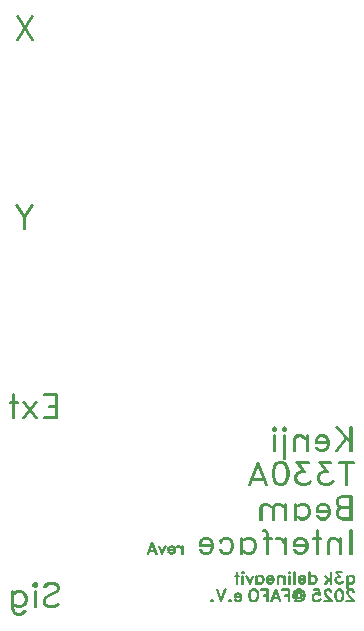
<source format=gbo>
%FSLAX46Y46*%
%MOMM*%
%ADD11C,0.150000*%
%ADD10C,0.200000*%
G01*
%LPD*%
G01*
%LPD*%
D10*
X8880952Y-9452381D02*
X10119048Y-7452381D01*
D10*
X8785714Y-9452381D02*
X8880952Y-9452381D01*
D10*
X10023810Y-7452381D02*
X10119048Y-7452381D01*
D10*
X8785714Y-9452381D02*
X10023810Y-7452381D01*
D10*
X8880952Y-7452381D02*
X8785714Y-7452381D01*
D10*
X10119048Y-9452381D02*
X8880952Y-7452381D01*
D10*
X10023810Y-9452381D02*
X8785714Y-7452381D01*
D10*
X10119048Y-9452381D02*
X10023810Y-9452381D01*
D10*
X37119048Y-44252380D02*
X37119048Y-42252380D01*
D10*
X37023808Y-44252380D02*
X37119048Y-44252380D01*
D10*
X37023808Y-42252380D02*
X37119048Y-42252380D01*
D10*
X37023808Y-44252380D02*
X37023808Y-42252380D01*
D10*
X35880952Y-42252380D02*
X35785716Y-42252380D01*
D10*
X37023808Y-43395240D02*
X35880952Y-42252380D01*
D10*
X37023808Y-43490476D02*
X35785716Y-42252380D01*
D10*
X35880952Y-44252380D02*
X36738096Y-43109524D01*
D10*
X35785716Y-44252380D02*
X35880952Y-44252380D01*
D10*
X35785716Y-44252380D02*
X36642856Y-43109524D01*
D10*
X34071428Y-43585716D02*
X35119048Y-43585716D01*
D10*
X34071428Y-43300000D02*
X34071428Y-43585716D01*
D10*
X34166668Y-43109524D02*
X34071428Y-43300000D01*
D10*
X34261904Y-43014284D02*
X34166668Y-43109524D01*
D10*
X34452380Y-42919048D02*
X34261904Y-43014284D01*
D10*
X34738096Y-42919048D02*
X34452380Y-42919048D01*
D10*
X34928572Y-43014284D02*
X34738096Y-42919048D01*
D10*
X35119048Y-43204760D02*
X34928572Y-43014284D01*
D10*
X35214284Y-43490476D02*
X35119048Y-43204760D01*
D10*
X35214284Y-43680952D02*
X35214284Y-43490476D01*
D10*
X35119048Y-43966668D02*
X35214284Y-43680952D01*
D10*
X34928572Y-44157144D02*
X35119048Y-43966668D01*
D10*
X34738096Y-44252380D02*
X34928572Y-44157144D01*
D10*
X34452380Y-44252380D02*
X34738096Y-44252380D01*
D10*
X34261904Y-44157144D02*
X34452380Y-44252380D01*
D10*
X34071428Y-43966668D02*
X34261904Y-44157144D01*
D10*
X34166668Y-43490476D02*
X35119048Y-43490476D01*
D10*
X34166668Y-43300000D02*
X34166668Y-43490476D01*
D10*
X34261904Y-43109524D02*
X34166668Y-43300000D01*
D10*
X34452380Y-43014284D02*
X34261904Y-43109524D01*
D10*
X34738096Y-43014284D02*
X34452380Y-43014284D01*
D10*
X34928572Y-43109524D02*
X34738096Y-43014284D01*
D10*
X35023808Y-43204760D02*
X34928572Y-43109524D01*
D10*
X35119048Y-43490476D02*
X35023808Y-43204760D01*
D10*
X35119048Y-43680952D02*
X35119048Y-43490476D01*
D10*
X35023808Y-43966668D02*
X35119048Y-43680952D01*
D10*
X34928572Y-44061904D02*
X35023808Y-43966668D01*
D10*
X34738096Y-44157144D02*
X34928572Y-44061904D01*
D10*
X34452380Y-44157144D02*
X34738096Y-44157144D01*
D10*
X34261904Y-44061904D02*
X34452380Y-44157144D01*
D10*
X34166668Y-43871428D02*
X34261904Y-44061904D01*
D10*
X34071428Y-43966668D02*
X34166668Y-43871428D01*
D10*
X33404762Y-44252380D02*
X33404762Y-42919048D01*
D10*
X33309524Y-44252380D02*
X33404762Y-44252380D01*
D10*
X33309524Y-42919048D02*
X33404762Y-42919048D01*
D10*
X33309524Y-44252380D02*
X33309524Y-42919048D01*
D10*
X33023810Y-43014284D02*
X33309524Y-43300000D01*
D10*
X32833334Y-42919048D02*
X33023810Y-43014284D01*
D10*
X32547620Y-42919048D02*
X32833334Y-42919048D01*
D10*
X32357144Y-43014284D02*
X32547620Y-42919048D01*
D10*
X32261904Y-43300000D02*
X32357144Y-43014284D01*
D10*
X32261904Y-44252380D02*
X32261904Y-43300000D01*
D10*
X33023810Y-43109524D02*
X33309524Y-43300000D01*
D10*
X32833334Y-43014284D02*
X33023810Y-43109524D01*
D10*
X32642856Y-43014284D02*
X32833334Y-43014284D01*
D10*
X32452380Y-43109524D02*
X32642856Y-43014284D01*
D10*
X32357144Y-43300000D02*
X32452380Y-43109524D01*
D10*
X32357144Y-44252380D02*
X32357144Y-43300000D01*
D10*
X32261904Y-44252380D02*
X32357144Y-44252380D01*
D10*
X31595238Y-42347620D02*
X31500000Y-42252380D01*
D10*
X31595238Y-42442856D02*
X31595238Y-42347620D01*
D10*
X31500000Y-42538096D02*
X31595238Y-42442856D01*
D10*
X31404762Y-42538096D02*
X31500000Y-42538096D01*
D10*
X31309524Y-42442856D02*
X31404762Y-42538096D01*
D10*
X31309524Y-42347620D02*
X31309524Y-42442856D01*
D10*
X31404762Y-42252380D02*
X31309524Y-42347620D01*
D10*
X31500000Y-42252380D02*
X31404762Y-42252380D01*
D10*
X31500000Y-42442856D02*
X31500000Y-42347620D01*
D10*
X31404762Y-42442856D02*
X31500000Y-42442856D01*
D10*
X31404762Y-42347620D02*
X31404762Y-42442856D01*
D10*
X31500000Y-42347620D02*
X31404762Y-42347620D01*
D10*
X31500000Y-44919048D02*
X31500000Y-42919048D01*
D10*
X31404762Y-44919048D02*
X31500000Y-44919048D01*
D10*
X31404762Y-42919048D02*
X31500000Y-42919048D01*
D10*
X31404762Y-44919048D02*
X31404762Y-42919048D01*
D10*
X30738096Y-42347620D02*
X30642856Y-42252380D01*
D10*
X30738096Y-42442856D02*
X30738096Y-42347620D01*
D10*
X30642856Y-42538096D02*
X30738096Y-42442856D01*
D10*
X30547620Y-42538096D02*
X30642856Y-42538096D01*
D10*
X30452380Y-42442856D02*
X30547620Y-42538096D01*
D10*
X30452380Y-42347620D02*
X30452380Y-42442856D01*
D10*
X30547620Y-42252380D02*
X30452380Y-42347620D01*
D10*
X30642856Y-42252380D02*
X30547620Y-42252380D01*
D10*
X30642856Y-42442856D02*
X30642856Y-42347620D01*
D10*
X30547620Y-42442856D02*
X30642856Y-42442856D01*
D10*
X30547620Y-42347620D02*
X30547620Y-42442856D01*
D10*
X30642856Y-42347620D02*
X30547620Y-42347620D01*
D10*
X30642856Y-44252380D02*
X30642856Y-42919048D01*
D10*
X30547620Y-44252380D02*
X30642856Y-44252380D01*
D10*
X30547620Y-42919048D02*
X30642856Y-42919048D01*
D10*
X30547620Y-44252380D02*
X30547620Y-42919048D01*
D10*
X36738096Y-47152380D02*
X36738096Y-45247620D01*
D10*
X36642856Y-47152380D02*
X36642856Y-45247620D01*
D10*
X36738096Y-47152380D02*
X36642856Y-47152380D01*
D10*
X36071428Y-45152380D02*
X37309524Y-45152380D01*
D10*
X36071428Y-45247620D02*
X36071428Y-45152380D01*
D10*
X37309524Y-45247620D02*
X37309524Y-45152380D01*
D10*
X36071428Y-45247620D02*
X37309524Y-45247620D01*
D10*
X34357144Y-45152380D02*
X35404760Y-45152380D01*
D10*
X35023808Y-46009524D02*
X34357144Y-45152380D01*
D10*
X35404760Y-45247620D02*
X35404760Y-45152380D01*
D10*
X34452380Y-45247620D02*
X35404760Y-45247620D01*
D10*
X35119048Y-46009524D02*
X34452380Y-45152380D01*
D10*
X34833332Y-45914284D02*
X35023808Y-45914284D01*
D10*
X34547620Y-46009524D02*
X34833332Y-45914284D01*
D10*
X34357144Y-46200000D02*
X34547620Y-46009524D01*
D10*
X34261904Y-46485716D02*
X34357144Y-46200000D01*
D10*
X34261904Y-46580952D02*
X34261904Y-46485716D01*
D10*
X34357144Y-46866668D02*
X34261904Y-46580952D01*
D10*
X34547620Y-47057144D02*
X34357144Y-46866668D01*
D10*
X34833332Y-47152380D02*
X34547620Y-47057144D01*
D10*
X35119048Y-47152380D02*
X34833332Y-47152380D01*
D10*
X35404760Y-47057144D02*
X35119048Y-47152380D01*
D10*
X35500000Y-46961904D02*
X35404760Y-47057144D01*
D10*
X35595240Y-46771428D02*
X35500000Y-46961904D01*
D10*
X35500000Y-46771428D02*
X35595240Y-46771428D01*
D10*
X34833332Y-46009524D02*
X35119048Y-46009524D01*
D10*
X34547620Y-46104760D02*
X34833332Y-46009524D01*
D10*
X34357144Y-46390476D02*
X34547620Y-46104760D01*
D10*
X34452380Y-46200000D02*
X34738096Y-46009524D01*
D10*
X34357144Y-46485716D02*
X34452380Y-46200000D01*
D10*
X34357144Y-46580952D02*
X34357144Y-46485716D01*
D10*
X34452380Y-46866668D02*
X34357144Y-46580952D01*
D10*
X34738096Y-47057144D02*
X34452380Y-46866668D01*
D10*
X34547620Y-46961904D02*
X34357144Y-46676192D01*
D10*
X34833332Y-47057144D02*
X34547620Y-46961904D01*
D10*
X35119048Y-47057144D02*
X34833332Y-47057144D01*
D10*
X35404760Y-46961904D02*
X35119048Y-47057144D01*
D10*
X35500000Y-46771428D02*
X35404760Y-46961904D01*
D10*
X35500000Y-46866668D02*
X35214284Y-47057144D01*
D10*
X32452380Y-45152380D02*
X33500000Y-45152380D01*
D10*
X33119048Y-46009524D02*
X32452380Y-45152380D01*
D10*
X33500000Y-45247620D02*
X33500000Y-45152380D01*
D10*
X32547620Y-45247620D02*
X33500000Y-45247620D01*
D10*
X33214286Y-46009524D02*
X32547620Y-45152380D01*
D10*
X32928572Y-45914284D02*
X33119048Y-45914284D01*
D10*
X32642856Y-46009524D02*
X32928572Y-45914284D01*
D10*
X32452380Y-46200000D02*
X32642856Y-46009524D01*
D10*
X32357144Y-46485716D02*
X32452380Y-46200000D01*
D10*
X32357144Y-46580952D02*
X32357144Y-46485716D01*
D10*
X32452380Y-46866668D02*
X32357144Y-46580952D01*
D10*
X32642856Y-47057144D02*
X32452380Y-46866668D01*
D10*
X32928572Y-47152380D02*
X32642856Y-47057144D01*
D10*
X33214286Y-47152380D02*
X32928572Y-47152380D01*
D10*
X33500000Y-47057144D02*
X33214286Y-47152380D01*
D10*
X33595240Y-46961904D02*
X33500000Y-47057144D01*
D10*
X33690476Y-46771428D02*
X33595240Y-46961904D01*
D10*
X33595240Y-46771428D02*
X33690476Y-46771428D01*
D10*
X32928572Y-46009524D02*
X33214286Y-46009524D01*
D10*
X32642856Y-46104760D02*
X32928572Y-46009524D01*
D10*
X32452380Y-46390476D02*
X32642856Y-46104760D01*
D10*
X32547620Y-46200000D02*
X32833334Y-46009524D01*
D10*
X32452380Y-46485716D02*
X32547620Y-46200000D01*
D10*
X32452380Y-46580952D02*
X32452380Y-46485716D01*
D10*
X32547620Y-46866668D02*
X32452380Y-46580952D01*
D10*
X32833334Y-47057144D02*
X32547620Y-46866668D01*
D10*
X32642856Y-46961904D02*
X32452380Y-46676192D01*
D10*
X32928572Y-47057144D02*
X32642856Y-46961904D01*
D10*
X33214286Y-47057144D02*
X32928572Y-47057144D01*
D10*
X33500000Y-46961904D02*
X33214286Y-47057144D01*
D10*
X33595240Y-46771428D02*
X33500000Y-46961904D01*
D10*
X33595240Y-46866668D02*
X33309524Y-47057144D01*
D10*
X31500000Y-45247620D02*
X31214286Y-45152380D01*
D10*
X31690476Y-45533332D02*
X31500000Y-45247620D01*
D10*
X31785714Y-46009524D02*
X31690476Y-45533332D01*
D10*
X31785714Y-46295240D02*
X31785714Y-46009524D01*
D10*
X31690476Y-46771428D02*
X31785714Y-46295240D01*
D10*
X31500000Y-47057144D02*
X31690476Y-46771428D01*
D10*
X31214286Y-47152380D02*
X31500000Y-47057144D01*
D10*
X31023810Y-47152380D02*
X31214286Y-47152380D01*
D10*
X30738096Y-47057144D02*
X31023810Y-47152380D01*
D10*
X30547620Y-46771428D02*
X30738096Y-47057144D01*
D10*
X30452380Y-46295240D02*
X30547620Y-46771428D01*
D10*
X30452380Y-46009524D02*
X30452380Y-46295240D01*
D10*
X30547620Y-45533332D02*
X30452380Y-46009524D01*
D10*
X30738096Y-45247620D02*
X30547620Y-45533332D01*
D10*
X31023810Y-45152380D02*
X30738096Y-45247620D01*
D10*
X31214286Y-45152380D02*
X31023810Y-45152380D01*
D10*
X31595238Y-45533332D02*
X31404762Y-45247620D01*
D10*
X31690476Y-46009524D02*
X31595238Y-45533332D01*
D10*
X31690476Y-46295240D02*
X31690476Y-46009524D01*
D10*
X31595238Y-46771428D02*
X31690476Y-46295240D01*
D10*
X31404762Y-47057144D02*
X31595238Y-46771428D01*
D10*
X31214286Y-47057144D02*
X31500000Y-46961904D01*
D10*
X31023810Y-47057144D02*
X31214286Y-47057144D01*
D10*
X30738096Y-46961904D02*
X31023810Y-47057144D01*
D10*
X30642856Y-46771428D02*
X30833334Y-47057144D01*
D10*
X30547620Y-46295240D02*
X30642856Y-46771428D01*
D10*
X30547620Y-46009524D02*
X30547620Y-46295240D01*
D10*
X30642856Y-45533332D02*
X30547620Y-46009524D01*
D10*
X30833334Y-45247620D02*
X30642856Y-45533332D01*
D10*
X31023810Y-45247620D02*
X30738096Y-45342856D01*
D10*
X31214286Y-45247620D02*
X31023810Y-45247620D01*
D10*
X31500000Y-45342856D02*
X31214286Y-45247620D01*
D10*
X29976190Y-47152380D02*
X29214286Y-45152380D01*
D10*
X29880952Y-47152380D02*
X29214286Y-45438096D01*
D10*
X29976190Y-47152380D02*
X29880952Y-47152380D01*
D10*
X28547620Y-47152380D02*
X29214286Y-45438096D01*
D10*
X28452380Y-47152380D02*
X28547620Y-47152380D01*
D10*
X28452380Y-47152380D02*
X29214286Y-45152380D01*
D10*
X28738096Y-46580952D02*
X29690476Y-46580952D01*
D10*
X28642856Y-46676192D02*
X29785714Y-46676192D01*
D10*
X37119048Y-50052380D02*
X37119048Y-48052380D01*
D10*
X37023808Y-49957144D02*
X37023808Y-48147620D01*
D10*
X36357144Y-48052380D02*
X37119048Y-48052380D01*
D10*
X36071428Y-48147620D02*
X36357144Y-48052380D01*
D10*
X35976192Y-48242856D02*
X36071428Y-48147620D01*
D10*
X35880952Y-48433332D02*
X35976192Y-48242856D01*
D10*
X35880952Y-48719048D02*
X35880952Y-48433332D01*
D10*
X35976192Y-48909524D02*
X35880952Y-48719048D01*
D10*
X36071428Y-49004760D02*
X35976192Y-48909524D01*
D10*
X36357144Y-49100000D02*
X36071428Y-49004760D01*
D10*
X36357144Y-48147620D02*
X37023808Y-48147620D01*
D10*
X36071428Y-48242856D02*
X36357144Y-48147620D01*
D10*
X35976192Y-48433332D02*
X36071428Y-48242856D01*
D10*
X35976192Y-48719048D02*
X35976192Y-48433332D01*
D10*
X36071428Y-48909524D02*
X35976192Y-48719048D01*
D10*
X36357144Y-49004760D02*
X36071428Y-48909524D01*
D10*
X36357144Y-49004760D02*
X37023808Y-49004760D01*
D10*
X36071428Y-49100000D02*
X36357144Y-49004760D01*
D10*
X35976192Y-49195240D02*
X36071428Y-49100000D01*
D10*
X35880952Y-49385716D02*
X35976192Y-49195240D01*
D10*
X35880952Y-49671428D02*
X35880952Y-49385716D01*
D10*
X35976192Y-49861904D02*
X35880952Y-49671428D01*
D10*
X36071428Y-49957144D02*
X35976192Y-49861904D01*
D10*
X36357144Y-50052380D02*
X36071428Y-49957144D01*
D10*
X37119048Y-50052380D02*
X36357144Y-50052380D01*
D10*
X36357144Y-49100000D02*
X37023808Y-49100000D01*
D10*
X36071428Y-49195240D02*
X36357144Y-49100000D01*
D10*
X35976192Y-49385716D02*
X36071428Y-49195240D01*
D10*
X35976192Y-49671428D02*
X35976192Y-49385716D01*
D10*
X36071428Y-49861904D02*
X35976192Y-49671428D01*
D10*
X36357144Y-49957144D02*
X36071428Y-49861904D01*
D10*
X37023808Y-49957144D02*
X36357144Y-49957144D01*
D10*
X34166668Y-49385716D02*
X35214284Y-49385716D01*
D10*
X34166668Y-49100000D02*
X34166668Y-49385716D01*
D10*
X34261904Y-48909524D02*
X34166668Y-49100000D01*
D10*
X34357144Y-48814284D02*
X34261904Y-48909524D01*
D10*
X34547620Y-48719048D02*
X34357144Y-48814284D01*
D10*
X34833332Y-48719048D02*
X34547620Y-48719048D01*
D10*
X35023808Y-48814284D02*
X34833332Y-48719048D01*
D10*
X35214284Y-49004760D02*
X35023808Y-48814284D01*
D10*
X35309524Y-49290476D02*
X35214284Y-49004760D01*
D10*
X35309524Y-49480952D02*
X35309524Y-49290476D01*
D10*
X35214284Y-49766668D02*
X35309524Y-49480952D01*
D10*
X35023808Y-49957144D02*
X35214284Y-49766668D01*
D10*
X34833332Y-50052380D02*
X35023808Y-49957144D01*
D10*
X34547620Y-50052380D02*
X34833332Y-50052380D01*
D10*
X34357144Y-49957144D02*
X34547620Y-50052380D01*
D10*
X34166668Y-49766668D02*
X34357144Y-49957144D01*
D10*
X34261904Y-49290476D02*
X35214284Y-49290476D01*
D10*
X34261904Y-49100000D02*
X34261904Y-49290476D01*
D10*
X34357144Y-48909524D02*
X34261904Y-49100000D01*
D10*
X34547620Y-48814284D02*
X34357144Y-48909524D01*
D10*
X34833332Y-48814284D02*
X34547620Y-48814284D01*
D10*
X35023808Y-48909524D02*
X34833332Y-48814284D01*
D10*
X35119048Y-49004760D02*
X35023808Y-48909524D01*
D10*
X35214284Y-49290476D02*
X35119048Y-49004760D01*
D10*
X35214284Y-49480952D02*
X35214284Y-49290476D01*
D10*
X35119048Y-49766668D02*
X35214284Y-49480952D01*
D10*
X35023808Y-49861904D02*
X35119048Y-49766668D01*
D10*
X34833332Y-49957144D02*
X35023808Y-49861904D01*
D10*
X34547620Y-49957144D02*
X34833332Y-49957144D01*
D10*
X34357144Y-49861904D02*
X34547620Y-49957144D01*
D10*
X34261904Y-49671428D02*
X34357144Y-49861904D01*
D10*
X34166668Y-49766668D02*
X34261904Y-49671428D01*
D10*
X32452380Y-50052380D02*
X32452380Y-48719048D01*
D10*
X32357144Y-50052380D02*
X32452380Y-50052380D01*
D10*
X32357144Y-48719048D02*
X32452380Y-48719048D01*
D10*
X32357144Y-50052380D02*
X32357144Y-48719048D01*
D10*
X32642856Y-48814284D02*
X32452380Y-49004760D01*
D10*
X32833334Y-48719048D02*
X32642856Y-48814284D01*
D10*
X33119048Y-48719048D02*
X32833334Y-48719048D01*
D10*
X33309524Y-48814284D02*
X33119048Y-48719048D01*
D10*
X33500000Y-49004760D02*
X33309524Y-48814284D01*
D10*
X33595240Y-49290476D02*
X33500000Y-49004760D01*
D10*
X33595240Y-49480952D02*
X33595240Y-49290476D01*
D10*
X33500000Y-49766668D02*
X33595240Y-49480952D01*
D10*
X33309524Y-49957144D02*
X33500000Y-49766668D01*
D10*
X33119048Y-50052380D02*
X33309524Y-49957144D01*
D10*
X32833334Y-50052380D02*
X33119048Y-50052380D01*
D10*
X32642856Y-49957144D02*
X32833334Y-50052380D01*
D10*
X32452380Y-49766668D02*
X32642856Y-49957144D01*
D10*
X32833334Y-48814284D02*
X32452380Y-49004760D01*
D10*
X33119048Y-48814284D02*
X32833334Y-48814284D01*
D10*
X33309524Y-48909524D02*
X33119048Y-48814284D01*
D10*
X33404762Y-49004760D02*
X33309524Y-48909524D01*
D10*
X33500000Y-49290476D02*
X33404762Y-49004760D01*
D10*
X33500000Y-49480952D02*
X33500000Y-49290476D01*
D10*
X33404762Y-49766668D02*
X33500000Y-49480952D01*
D10*
X33309524Y-49861904D02*
X33404762Y-49766668D01*
D10*
X33119048Y-49957144D02*
X33309524Y-49861904D01*
D10*
X32833334Y-49957144D02*
X33119048Y-49957144D01*
D10*
X32452380Y-49766668D02*
X32833334Y-49957144D01*
D10*
X31595238Y-50052380D02*
X31595238Y-48719048D01*
D10*
X31500000Y-50052380D02*
X31595238Y-50052380D01*
D10*
X31500000Y-48719048D02*
X31595238Y-48719048D01*
D10*
X31500000Y-50052380D02*
X31500000Y-48719048D01*
D10*
X31214286Y-48814284D02*
X31500000Y-49100000D01*
D10*
X31023810Y-48719048D02*
X31214286Y-48814284D01*
D10*
X30738096Y-48719048D02*
X31023810Y-48719048D01*
D10*
X30547620Y-48814284D02*
X30738096Y-48719048D01*
D10*
X30452380Y-49100000D02*
X30547620Y-48814284D01*
D10*
X30452380Y-50052380D02*
X30452380Y-49100000D01*
D10*
X31214286Y-48909524D02*
X31500000Y-49100000D01*
D10*
X31023810Y-48814284D02*
X31214286Y-48909524D01*
D10*
X30833334Y-48814284D02*
X31023810Y-48814284D01*
D10*
X30642856Y-48909524D02*
X30833334Y-48814284D01*
D10*
X30547620Y-49100000D02*
X30642856Y-48909524D01*
D10*
X30547620Y-50052380D02*
X30547620Y-49100000D01*
D10*
X30452380Y-50052380D02*
X30547620Y-50052380D01*
D10*
X30166668Y-48814284D02*
X30452380Y-49100000D01*
D10*
X29976190Y-48719048D02*
X30166668Y-48814284D01*
D10*
X29690476Y-48719048D02*
X29976190Y-48719048D01*
D10*
X29500000Y-48814284D02*
X29690476Y-48719048D01*
D10*
X29404762Y-49100000D02*
X29500000Y-48814284D01*
D10*
X29404762Y-50052380D02*
X29404762Y-49100000D01*
D10*
X30166668Y-48909524D02*
X30452380Y-49100000D01*
D10*
X29976190Y-48814284D02*
X30166668Y-48909524D01*
D10*
X29785714Y-48814284D02*
X29976190Y-48814284D01*
D10*
X29595238Y-48909524D02*
X29785714Y-48814284D01*
D10*
X29500000Y-49100000D02*
X29595238Y-48909524D01*
D10*
X29500000Y-50052380D02*
X29500000Y-49100000D01*
D10*
X29404762Y-50052380D02*
X29500000Y-50052380D01*
D10*
X37119048Y-52952380D02*
X37119048Y-50952380D01*
D10*
X37023808Y-52952380D02*
X37119048Y-52952380D01*
D10*
X37023808Y-50952380D02*
X37119048Y-50952380D01*
D10*
X37023808Y-52952380D02*
X37023808Y-50952380D01*
D10*
X36261904Y-52952380D02*
X36261904Y-51619048D01*
D10*
X36166668Y-52952380D02*
X36261904Y-52952380D01*
D10*
X36166668Y-51619048D02*
X36261904Y-51619048D01*
D10*
X36166668Y-52952380D02*
X36166668Y-51619048D01*
D10*
X35880952Y-51714284D02*
X36166668Y-52000000D01*
D10*
X35690476Y-51619048D02*
X35880952Y-51714284D01*
D10*
X35404760Y-51619048D02*
X35690476Y-51619048D01*
D10*
X35214284Y-51714284D02*
X35404760Y-51619048D01*
D10*
X35119048Y-52000000D02*
X35214284Y-51714284D01*
D10*
X35119048Y-52952380D02*
X35119048Y-52000000D01*
D10*
X35880952Y-51809524D02*
X36166668Y-52000000D01*
D10*
X35690476Y-51714284D02*
X35880952Y-51809524D01*
D10*
X35500000Y-51714284D02*
X35690476Y-51714284D01*
D10*
X35309524Y-51809524D02*
X35500000Y-51714284D01*
D10*
X35214284Y-52000000D02*
X35309524Y-51809524D01*
D10*
X35214284Y-52952380D02*
X35214284Y-52000000D01*
D10*
X35119048Y-52952380D02*
X35214284Y-52952380D01*
D10*
X34261904Y-52952380D02*
X34261904Y-50952380D01*
D10*
X34166668Y-52952380D02*
X34261904Y-52952380D01*
D10*
X34166668Y-50952380D02*
X34261904Y-50952380D01*
D10*
X34166668Y-52952380D02*
X34166668Y-50952380D01*
D10*
X33880952Y-51619048D02*
X34547620Y-51619048D01*
D10*
X33880952Y-51714284D02*
X33880952Y-51619048D01*
D10*
X34547620Y-51714284D02*
X34547620Y-51619048D01*
D10*
X33880952Y-51714284D02*
X34547620Y-51714284D01*
D10*
X32261904Y-52285716D02*
X33309524Y-52285716D01*
D10*
X32261904Y-52000000D02*
X32261904Y-52285716D01*
D10*
X32357144Y-51809524D02*
X32261904Y-52000000D01*
D10*
X32452380Y-51714284D02*
X32357144Y-51809524D01*
D10*
X32642856Y-51619048D02*
X32452380Y-51714284D01*
D10*
X32928572Y-51619048D02*
X32642856Y-51619048D01*
D10*
X33119048Y-51714284D02*
X32928572Y-51619048D01*
D10*
X33309524Y-51904760D02*
X33119048Y-51714284D01*
D10*
X33404762Y-52190476D02*
X33309524Y-51904760D01*
D10*
X33404762Y-52380952D02*
X33404762Y-52190476D01*
D10*
X33309524Y-52666668D02*
X33404762Y-52380952D01*
D10*
X33119048Y-52857144D02*
X33309524Y-52666668D01*
D10*
X32928572Y-52952380D02*
X33119048Y-52857144D01*
D10*
X32642856Y-52952380D02*
X32928572Y-52952380D01*
D10*
X32452380Y-52857144D02*
X32642856Y-52952380D01*
D10*
X32261904Y-52666668D02*
X32452380Y-52857144D01*
D10*
X32357144Y-52190476D02*
X33309524Y-52190476D01*
D10*
X32357144Y-52000000D02*
X32357144Y-52190476D01*
D10*
X32452380Y-51809524D02*
X32357144Y-52000000D01*
D10*
X32642856Y-51714284D02*
X32452380Y-51809524D01*
D10*
X32928572Y-51714284D02*
X32642856Y-51714284D01*
D10*
X33119048Y-51809524D02*
X32928572Y-51714284D01*
D10*
X33214286Y-51904760D02*
X33119048Y-51809524D01*
D10*
X33309524Y-52190476D02*
X33214286Y-51904760D01*
D10*
X33309524Y-52380952D02*
X33309524Y-52190476D01*
D10*
X33214286Y-52666668D02*
X33309524Y-52380952D01*
D10*
X33119048Y-52761904D02*
X33214286Y-52666668D01*
D10*
X32928572Y-52857144D02*
X33119048Y-52761904D01*
D10*
X32642856Y-52857144D02*
X32928572Y-52857144D01*
D10*
X32452380Y-52761904D02*
X32642856Y-52857144D01*
D10*
X32357144Y-52571428D02*
X32452380Y-52761904D01*
D10*
X32261904Y-52666668D02*
X32357144Y-52571428D01*
D10*
X31595238Y-52952380D02*
X31595238Y-51619048D01*
D10*
X31500000Y-52952380D02*
X31595238Y-52952380D01*
D10*
X31500000Y-51619048D02*
X31595238Y-51619048D01*
D10*
X31500000Y-52952380D02*
X31500000Y-51619048D01*
D10*
X31404762Y-51904760D02*
X31500000Y-52190476D01*
D10*
X31214286Y-51714284D02*
X31404762Y-51904760D01*
D10*
X31023810Y-51619048D02*
X31214286Y-51714284D01*
D10*
X30738096Y-51619048D02*
X31023810Y-51619048D01*
D10*
X31404762Y-52000000D02*
X31500000Y-52190476D01*
D10*
X31214286Y-51809524D02*
X31404762Y-52000000D01*
D10*
X31023810Y-51714284D02*
X31214286Y-51809524D01*
D10*
X30738096Y-51714284D02*
X31023810Y-51714284D01*
D10*
X30738096Y-51619048D02*
X30738096Y-51714284D01*
D10*
X29785714Y-50952380D02*
X29595238Y-50952380D01*
D10*
X29976190Y-51047620D02*
X29785714Y-50952380D01*
D10*
X30071428Y-51333332D02*
X29976190Y-51047620D01*
D10*
X30071428Y-52952380D02*
X30071428Y-51333332D01*
D10*
X29976190Y-52952380D02*
X30071428Y-52952380D01*
D10*
X29595238Y-51047620D02*
X29595238Y-50952380D01*
D10*
X29785714Y-51047620D02*
X29595238Y-51047620D01*
D10*
X29976190Y-51142856D02*
X29785714Y-51047620D01*
D10*
X29976190Y-51333332D02*
X29880952Y-51047620D01*
D10*
X29976190Y-52952380D02*
X29976190Y-51333332D01*
D10*
X29690476Y-51619048D02*
X30357144Y-51619048D01*
D10*
X29690476Y-51714284D02*
X29690476Y-51619048D01*
D10*
X30357144Y-51714284D02*
X30357144Y-51619048D01*
D10*
X29690476Y-51714284D02*
X30357144Y-51714284D01*
D10*
X27880952Y-52952380D02*
X27880952Y-51619048D01*
D10*
X27785714Y-52952380D02*
X27880952Y-52952380D01*
D10*
X27785714Y-51619048D02*
X27880952Y-51619048D01*
D10*
X27785714Y-52952380D02*
X27785714Y-51619048D01*
D10*
X28071428Y-51714284D02*
X27880952Y-51904760D01*
D10*
X28261904Y-51619048D02*
X28071428Y-51714284D01*
D10*
X28547620Y-51619048D02*
X28261904Y-51619048D01*
D10*
X28738096Y-51714284D02*
X28547620Y-51619048D01*
D10*
X28928572Y-51904760D02*
X28738096Y-51714284D01*
D10*
X29023810Y-52190476D02*
X28928572Y-51904760D01*
D10*
X29023810Y-52380952D02*
X29023810Y-52190476D01*
D10*
X28928572Y-52666668D02*
X29023810Y-52380952D01*
D10*
X28738096Y-52857144D02*
X28928572Y-52666668D01*
D10*
X28547620Y-52952380D02*
X28738096Y-52857144D01*
D10*
X28261904Y-52952380D02*
X28547620Y-52952380D01*
D10*
X28071428Y-52857144D02*
X28261904Y-52952380D01*
D10*
X27880952Y-52666668D02*
X28071428Y-52857144D01*
D10*
X28261904Y-51714284D02*
X27880952Y-51904760D01*
D10*
X28547620Y-51714284D02*
X28261904Y-51714284D01*
D10*
X28738096Y-51809524D02*
X28547620Y-51714284D01*
D10*
X28833332Y-51904760D02*
X28738096Y-51809524D01*
D10*
X28928572Y-52190476D02*
X28833332Y-51904760D01*
D10*
X28928572Y-52380952D02*
X28928572Y-52190476D01*
D10*
X28833332Y-52666668D02*
X28928572Y-52380952D01*
D10*
X28738096Y-52761904D02*
X28833332Y-52666668D01*
D10*
X28547620Y-52857144D02*
X28738096Y-52761904D01*
D10*
X28261904Y-52857144D02*
X28547620Y-52857144D01*
D10*
X27880952Y-52666668D02*
X28261904Y-52857144D01*
D10*
X26166668Y-51714284D02*
X25976192Y-51904760D01*
D10*
X26357144Y-51619048D02*
X26166668Y-51714284D01*
D10*
X26642856Y-51619048D02*
X26357144Y-51619048D01*
D10*
X26833334Y-51714284D02*
X26642856Y-51619048D01*
D10*
X27023810Y-51904760D02*
X26833334Y-51714284D01*
D10*
X27119048Y-52190476D02*
X27023810Y-51904760D01*
D10*
X27119048Y-52380952D02*
X27119048Y-52190476D01*
D10*
X27023810Y-52666668D02*
X27119048Y-52380952D01*
D10*
X26833334Y-52857144D02*
X27023810Y-52666668D01*
D10*
X26642856Y-52952380D02*
X26833334Y-52857144D01*
D10*
X26357144Y-52952380D02*
X26642856Y-52952380D01*
D10*
X26166668Y-52857144D02*
X26357144Y-52952380D01*
D10*
X25976192Y-52666668D02*
X26166668Y-52857144D01*
D10*
X26071428Y-52000000D02*
X25976192Y-51904760D01*
D10*
X26166668Y-51809524D02*
X26071428Y-52000000D01*
D10*
X26357144Y-51714284D02*
X26166668Y-51809524D01*
D10*
X26642856Y-51714284D02*
X26357144Y-51714284D01*
D10*
X26833334Y-51809524D02*
X26642856Y-51714284D01*
D10*
X26928572Y-51904760D02*
X26833334Y-51809524D01*
D10*
X27023810Y-52190476D02*
X26928572Y-51904760D01*
D10*
X27023810Y-52380952D02*
X27023810Y-52190476D01*
D10*
X26928572Y-52666668D02*
X27023810Y-52380952D01*
D10*
X26833334Y-52761904D02*
X26928572Y-52666668D01*
D10*
X26642856Y-52857144D02*
X26833334Y-52761904D01*
D10*
X26357144Y-52857144D02*
X26642856Y-52857144D01*
D10*
X26166668Y-52761904D02*
X26357144Y-52857144D01*
D10*
X26071428Y-52571428D02*
X26166668Y-52761904D01*
D10*
X25976192Y-52666668D02*
X26071428Y-52571428D01*
D10*
X24261904Y-52285716D02*
X25309524Y-52285716D01*
D10*
X24261904Y-52000000D02*
X24261904Y-52285716D01*
D10*
X24357144Y-51809524D02*
X24261904Y-52000000D01*
D10*
X24452380Y-51714284D02*
X24357144Y-51809524D01*
D10*
X24642856Y-51619048D02*
X24452380Y-51714284D01*
D10*
X24928572Y-51619048D02*
X24642856Y-51619048D01*
D10*
X25119048Y-51714284D02*
X24928572Y-51619048D01*
D10*
X25309524Y-51904760D02*
X25119048Y-51714284D01*
D10*
X25404762Y-52190476D02*
X25309524Y-51904760D01*
D10*
X25404762Y-52380952D02*
X25404762Y-52190476D01*
D10*
X25309524Y-52666668D02*
X25404762Y-52380952D01*
D10*
X25119048Y-52857144D02*
X25309524Y-52666668D01*
D10*
X24928572Y-52952380D02*
X25119048Y-52857144D01*
D10*
X24642856Y-52952380D02*
X24928572Y-52952380D01*
D10*
X24452380Y-52857144D02*
X24642856Y-52952380D01*
D10*
X24261904Y-52666668D02*
X24452380Y-52857144D01*
D10*
X24357144Y-52190476D02*
X25309524Y-52190476D01*
D10*
X24357144Y-52000000D02*
X24357144Y-52190476D01*
D10*
X24452380Y-51809524D02*
X24357144Y-52000000D01*
D10*
X24642856Y-51714284D02*
X24452380Y-51809524D01*
D10*
X24928572Y-51714284D02*
X24642856Y-51714284D01*
D10*
X25119048Y-51809524D02*
X24928572Y-51714284D01*
D10*
X25214286Y-51904760D02*
X25119048Y-51809524D01*
D10*
X25309524Y-52190476D02*
X25214286Y-51904760D01*
D10*
X25309524Y-52380952D02*
X25309524Y-52190476D01*
D10*
X25214286Y-52666668D02*
X25309524Y-52380952D01*
D10*
X25119048Y-52761904D02*
X25214286Y-52666668D01*
D10*
X24928572Y-52857144D02*
X25119048Y-52761904D01*
D10*
X24642856Y-52857144D02*
X24928572Y-52857144D01*
D10*
X24452380Y-52761904D02*
X24642856Y-52857144D01*
D10*
X24357144Y-52571428D02*
X24452380Y-52761904D01*
D10*
X24261904Y-52666668D02*
X24357144Y-52571428D01*
D10*
X9452381Y-24404762D02*
X10119048Y-23452380D01*
D10*
X9452381Y-25452380D02*
X9452381Y-24404762D01*
D10*
X9357143Y-25452380D02*
X9452381Y-25452380D01*
D10*
X10023810Y-23452380D02*
X10119048Y-23452380D01*
D10*
X9357143Y-24404762D02*
X10023810Y-23452380D01*
D10*
X8785714Y-23452380D02*
X8690476Y-23452380D01*
D10*
X9452381Y-24404762D02*
X8785714Y-23452380D01*
D10*
X9357143Y-24404762D02*
X8690476Y-23452380D01*
D10*
X9357143Y-25452380D02*
X9357143Y-24404762D01*
D10*
X12190476Y-41452380D02*
X12190476Y-39452380D01*
D10*
X12095238Y-41357144D02*
X12095238Y-39547620D01*
D10*
X11047619Y-39452380D02*
X12190476Y-39452380D01*
D10*
X11047619Y-39547620D02*
X12095238Y-39547620D01*
D10*
X11047619Y-39452380D02*
X11047619Y-39547620D01*
D10*
X11523810Y-40404760D02*
X12095238Y-40404760D01*
D10*
X11523810Y-40500000D02*
X11523810Y-40404760D01*
D10*
X11523810Y-40500000D02*
X12095238Y-40500000D01*
D10*
X11047619Y-41357144D02*
X12095238Y-41357144D01*
D10*
X11047619Y-41452380D02*
X11047619Y-41357144D01*
D10*
X11047619Y-41452380D02*
X12190476Y-41452380D01*
D10*
X9428571Y-41452380D02*
X10476190Y-40119048D01*
D10*
X9333333Y-41452380D02*
X9428571Y-41452380D01*
D10*
X10380952Y-40119048D02*
X10476190Y-40119048D01*
D10*
X9333333Y-41452380D02*
X10380952Y-40119048D01*
D10*
X9428571Y-40119048D02*
X9333333Y-40119048D01*
D10*
X10476190Y-41452380D02*
X9428571Y-40119048D01*
D10*
X10380952Y-41452380D02*
X9333333Y-40119048D01*
D10*
X10476190Y-41452380D02*
X10380952Y-41452380D01*
D10*
X8571429Y-41452380D02*
X8571429Y-39452380D01*
D10*
X8476190Y-41452380D02*
X8571429Y-41452380D01*
D10*
X8476190Y-39452380D02*
X8571429Y-39452380D01*
D10*
X8476190Y-41452380D02*
X8476190Y-39452380D01*
D10*
X8190476Y-40119048D02*
X8857143Y-40119048D01*
D10*
X8190476Y-40214284D02*
X8190476Y-40119048D01*
D10*
X8857143Y-40214284D02*
X8857143Y-40119048D01*
D10*
X8190476Y-40214284D02*
X8857143Y-40214284D01*
D11*
X36785716Y-55809524D02*
X36785716Y-54809524D01*
D11*
X36738096Y-55809524D02*
X36785716Y-55809524D01*
D11*
X36738096Y-54809524D02*
X36785716Y-54809524D01*
D11*
X36738096Y-55809524D02*
X36738096Y-54809524D01*
D11*
X36880952Y-54857144D02*
X36785716Y-54952380D01*
D11*
X36976192Y-54809524D02*
X36880952Y-54857144D01*
D11*
X37119048Y-54809524D02*
X36976192Y-54809524D01*
D11*
X37214284Y-54857144D02*
X37119048Y-54809524D01*
D11*
X37309524Y-54952380D02*
X37214284Y-54857144D01*
D11*
X37357144Y-55095240D02*
X37309524Y-54952380D01*
D11*
X37357144Y-55190476D02*
X37357144Y-55095240D01*
D11*
X37309524Y-55333332D02*
X37357144Y-55190476D01*
D11*
X37214284Y-55428572D02*
X37309524Y-55333332D01*
D11*
X37119048Y-55476192D02*
X37214284Y-55428572D01*
D11*
X36976192Y-55476192D02*
X37119048Y-55476192D01*
D11*
X36880952Y-55428572D02*
X36976192Y-55476192D01*
D11*
X36785716Y-55333332D02*
X36880952Y-55428572D01*
D11*
X36976192Y-54857144D02*
X36785716Y-54952380D01*
D11*
X37119048Y-54857144D02*
X36976192Y-54857144D01*
D11*
X37214284Y-54904760D02*
X37119048Y-54857144D01*
D11*
X37261904Y-54952380D02*
X37214284Y-54904760D01*
D11*
X37309524Y-55095240D02*
X37261904Y-54952380D01*
D11*
X37309524Y-55190476D02*
X37309524Y-55095240D01*
D11*
X37261904Y-55333332D02*
X37309524Y-55190476D01*
D11*
X37214284Y-55380952D02*
X37261904Y-55333332D01*
D11*
X37119048Y-55428572D02*
X37214284Y-55380952D01*
D11*
X36976192Y-55428572D02*
X37119048Y-55428572D01*
D11*
X36785716Y-55333332D02*
X36976192Y-55428572D01*
D11*
X35785716Y-54476192D02*
X36309524Y-54476192D01*
D11*
X36119048Y-54904760D02*
X35785716Y-54476192D01*
D11*
X36309524Y-54523808D02*
X36309524Y-54476192D01*
D11*
X35833332Y-54523808D02*
X36309524Y-54523808D01*
D11*
X36166668Y-54904760D02*
X35833332Y-54476192D01*
D11*
X36023808Y-54857144D02*
X36119048Y-54857144D01*
D11*
X35880952Y-54904760D02*
X36023808Y-54857144D01*
D11*
X35785716Y-55000000D02*
X35880952Y-54904760D01*
D11*
X35738096Y-55142856D02*
X35785716Y-55000000D01*
D11*
X35738096Y-55190476D02*
X35738096Y-55142856D01*
D11*
X35785716Y-55333332D02*
X35738096Y-55190476D01*
D11*
X35880952Y-55428572D02*
X35785716Y-55333332D01*
D11*
X36023808Y-55476192D02*
X35880952Y-55428572D01*
D11*
X36166668Y-55476192D02*
X36023808Y-55476192D01*
D11*
X36309524Y-55428572D02*
X36166668Y-55476192D01*
D11*
X36357144Y-55380952D02*
X36309524Y-55428572D01*
D11*
X36404760Y-55285716D02*
X36357144Y-55380952D01*
D11*
X36357144Y-55285716D02*
X36404760Y-55285716D01*
D11*
X36023808Y-54904760D02*
X36166668Y-54904760D01*
D11*
X35880952Y-54952380D02*
X36023808Y-54904760D01*
D11*
X35785716Y-55095240D02*
X35880952Y-54952380D01*
D11*
X35833332Y-55000000D02*
X35976192Y-54904760D01*
D11*
X35785716Y-55142856D02*
X35833332Y-55000000D01*
D11*
X35785716Y-55190476D02*
X35785716Y-55142856D01*
D11*
X35833332Y-55333332D02*
X35785716Y-55190476D01*
D11*
X35976192Y-55428572D02*
X35833332Y-55333332D01*
D11*
X35880952Y-55380952D02*
X35785716Y-55238096D01*
D11*
X36023808Y-55428572D02*
X35880952Y-55380952D01*
D11*
X36166668Y-55428572D02*
X36023808Y-55428572D01*
D11*
X36309524Y-55380952D02*
X36166668Y-55428572D01*
D11*
X36357144Y-55285716D02*
X36309524Y-55380952D01*
D11*
X36357144Y-55333332D02*
X36214284Y-55428572D01*
D11*
X35404760Y-55476192D02*
X35404760Y-54476192D01*
D11*
X35357144Y-55476192D02*
X35404760Y-55476192D01*
D11*
X35357144Y-54476192D02*
X35404760Y-54476192D01*
D11*
X35357144Y-55476192D02*
X35357144Y-54476192D01*
D11*
X34880952Y-54809524D02*
X34833332Y-54809524D01*
D11*
X35357144Y-55285716D02*
X34880952Y-54809524D01*
D11*
X35357144Y-55333332D02*
X34833332Y-54809524D01*
D11*
X34928572Y-55476192D02*
X35214284Y-55142856D01*
D11*
X34833332Y-55476192D02*
X34928572Y-55476192D01*
D11*
X34833332Y-55476192D02*
X35166668Y-55095240D01*
D11*
X33595240Y-55476192D02*
X33595240Y-54476192D01*
D11*
X33547620Y-55476192D02*
X33595240Y-55476192D01*
D11*
X33547620Y-54476192D02*
X33595240Y-54476192D01*
D11*
X33547620Y-55476192D02*
X33547620Y-54476192D01*
D11*
X33690476Y-54857144D02*
X33595240Y-54952380D01*
D11*
X33785716Y-54809524D02*
X33690476Y-54857144D01*
D11*
X33928572Y-54809524D02*
X33785716Y-54809524D01*
D11*
X34023808Y-54857144D02*
X33928572Y-54809524D01*
D11*
X34119048Y-54952380D02*
X34023808Y-54857144D01*
D11*
X34166668Y-55095240D02*
X34119048Y-54952380D01*
D11*
X34166668Y-55190476D02*
X34166668Y-55095240D01*
D11*
X34119048Y-55333332D02*
X34166668Y-55190476D01*
D11*
X34023808Y-55428572D02*
X34119048Y-55333332D01*
D11*
X33928572Y-55476192D02*
X34023808Y-55428572D01*
D11*
X33785716Y-55476192D02*
X33928572Y-55476192D01*
D11*
X33690476Y-55428572D02*
X33785716Y-55476192D01*
D11*
X33595240Y-55333332D02*
X33690476Y-55428572D01*
D11*
X33785716Y-54857144D02*
X33595240Y-54952380D01*
D11*
X33928572Y-54857144D02*
X33785716Y-54857144D01*
D11*
X34023808Y-54904760D02*
X33928572Y-54857144D01*
D11*
X34071428Y-54952380D02*
X34023808Y-54904760D01*
D11*
X34119048Y-55095240D02*
X34071428Y-54952380D01*
D11*
X34119048Y-55190476D02*
X34119048Y-55095240D01*
D11*
X34071428Y-55333332D02*
X34119048Y-55190476D01*
D11*
X34023808Y-55380952D02*
X34071428Y-55333332D01*
D11*
X33928572Y-55428572D02*
X34023808Y-55380952D01*
D11*
X33785716Y-55428572D02*
X33928572Y-55428572D01*
D11*
X33595240Y-55333332D02*
X33785716Y-55428572D01*
D11*
X32642856Y-55142856D02*
X33166666Y-55142856D01*
D11*
X32642856Y-55000000D02*
X32642856Y-55142856D01*
D11*
X32690476Y-54904760D02*
X32642856Y-55000000D01*
D11*
X32738096Y-54857144D02*
X32690476Y-54904760D01*
D11*
X32833334Y-54809524D02*
X32738096Y-54857144D01*
D11*
X32976190Y-54809524D02*
X32833334Y-54809524D01*
D11*
X33071428Y-54857144D02*
X32976190Y-54809524D01*
D11*
X33166666Y-54952380D02*
X33071428Y-54857144D01*
D11*
X33214286Y-55095240D02*
X33166666Y-54952380D01*
D11*
X33214286Y-55190476D02*
X33214286Y-55095240D01*
D11*
X33166666Y-55333332D02*
X33214286Y-55190476D01*
D11*
X33071428Y-55428572D02*
X33166666Y-55333332D01*
D11*
X32976190Y-55476192D02*
X33071428Y-55428572D01*
D11*
X32833334Y-55476192D02*
X32976190Y-55476192D01*
D11*
X32738096Y-55428572D02*
X32833334Y-55476192D01*
D11*
X32642856Y-55333332D02*
X32738096Y-55428572D01*
D11*
X32690476Y-55095240D02*
X33166666Y-55095240D01*
D11*
X32690476Y-55000000D02*
X32690476Y-55095240D01*
D11*
X32738096Y-54904760D02*
X32690476Y-55000000D01*
D11*
X32833334Y-54857144D02*
X32738096Y-54904760D01*
D11*
X32976190Y-54857144D02*
X32833334Y-54857144D01*
D11*
X33071428Y-54904760D02*
X32976190Y-54857144D01*
D11*
X33119048Y-54952380D02*
X33071428Y-54904760D01*
D11*
X33166666Y-55095240D02*
X33119048Y-54952380D01*
D11*
X33166666Y-55190476D02*
X33166666Y-55095240D01*
D11*
X33119048Y-55333332D02*
X33166666Y-55190476D01*
D11*
X33071428Y-55380952D02*
X33119048Y-55333332D01*
D11*
X32976190Y-55428572D02*
X33071428Y-55380952D01*
D11*
X32833334Y-55428572D02*
X32976190Y-55428572D01*
D11*
X32738096Y-55380952D02*
X32833334Y-55428572D01*
D11*
X32690476Y-55285716D02*
X32738096Y-55380952D01*
D11*
X32642856Y-55333332D02*
X32690476Y-55285716D01*
D11*
X32309524Y-55476192D02*
X32309524Y-54476192D01*
D11*
X32261904Y-55476192D02*
X32309524Y-55476192D01*
D11*
X32261904Y-54476192D02*
X32309524Y-54476192D01*
D11*
X32261904Y-55476192D02*
X32261904Y-54476192D01*
D11*
X31928572Y-54523808D02*
X31880952Y-54476192D01*
D11*
X31928572Y-54571428D02*
X31928572Y-54523808D01*
D11*
X31880952Y-54619048D02*
X31928572Y-54571428D01*
D11*
X31833334Y-54619048D02*
X31880952Y-54619048D01*
D11*
X31785714Y-54571428D02*
X31833334Y-54619048D01*
D11*
X31785714Y-54523808D02*
X31785714Y-54571428D01*
D11*
X31833334Y-54476192D02*
X31785714Y-54523808D01*
D11*
X31880952Y-54476192D02*
X31833334Y-54476192D01*
D11*
X31880952Y-54571428D02*
X31880952Y-54523808D01*
D11*
X31833334Y-54571428D02*
X31880952Y-54571428D01*
D11*
X31833334Y-54523808D02*
X31833334Y-54571428D01*
D11*
X31880952Y-54523808D02*
X31833334Y-54523808D01*
D11*
X31880952Y-55476192D02*
X31880952Y-54809524D01*
D11*
X31833334Y-55476192D02*
X31880952Y-55476192D01*
D11*
X31833334Y-54809524D02*
X31880952Y-54809524D01*
D11*
X31833334Y-55476192D02*
X31833334Y-54809524D01*
D11*
X31452380Y-55476192D02*
X31452380Y-54809524D01*
D11*
X31404762Y-55476192D02*
X31452380Y-55476192D01*
D11*
X31404762Y-54809524D02*
X31452380Y-54809524D01*
D11*
X31404762Y-55476192D02*
X31404762Y-54809524D01*
D11*
X31261904Y-54857144D02*
X31404762Y-55000000D01*
D11*
X31166668Y-54809524D02*
X31261904Y-54857144D01*
D11*
X31023810Y-54809524D02*
X31166668Y-54809524D01*
D11*
X30928572Y-54857144D02*
X31023810Y-54809524D01*
D11*
X30880952Y-55000000D02*
X30928572Y-54857144D01*
D11*
X30880952Y-55476192D02*
X30880952Y-55000000D01*
D11*
X31261904Y-54904760D02*
X31404762Y-55000000D01*
D11*
X31166668Y-54857144D02*
X31261904Y-54904760D01*
D11*
X31071428Y-54857144D02*
X31166668Y-54857144D01*
D11*
X30976190Y-54904760D02*
X31071428Y-54857144D01*
D11*
X30928572Y-55000000D02*
X30976190Y-54904760D01*
D11*
X30928572Y-55476192D02*
X30928572Y-55000000D01*
D11*
X30880952Y-55476192D02*
X30928572Y-55476192D01*
D11*
X29976190Y-55142856D02*
X30500000Y-55142856D01*
D11*
X29976190Y-55000000D02*
X29976190Y-55142856D01*
D11*
X30023810Y-54904760D02*
X29976190Y-55000000D01*
D11*
X30071428Y-54857144D02*
X30023810Y-54904760D01*
D11*
X30166668Y-54809524D02*
X30071428Y-54857144D01*
D11*
X30309524Y-54809524D02*
X30166668Y-54809524D01*
D11*
X30404762Y-54857144D02*
X30309524Y-54809524D01*
D11*
X30500000Y-54952380D02*
X30404762Y-54857144D01*
D11*
X30547620Y-55095240D02*
X30500000Y-54952380D01*
D11*
X30547620Y-55190476D02*
X30547620Y-55095240D01*
D11*
X30500000Y-55333332D02*
X30547620Y-55190476D01*
D11*
X30404762Y-55428572D02*
X30500000Y-55333332D01*
D11*
X30309524Y-55476192D02*
X30404762Y-55428572D01*
D11*
X30166668Y-55476192D02*
X30309524Y-55476192D01*
D11*
X30071428Y-55428572D02*
X30166668Y-55476192D01*
D11*
X29976190Y-55333332D02*
X30071428Y-55428572D01*
D11*
X30023810Y-55095240D02*
X30500000Y-55095240D01*
D11*
X30023810Y-55000000D02*
X30023810Y-55095240D01*
D11*
X30071428Y-54904760D02*
X30023810Y-55000000D01*
D11*
X30166668Y-54857144D02*
X30071428Y-54904760D01*
D11*
X30309524Y-54857144D02*
X30166668Y-54857144D01*
D11*
X30404762Y-54904760D02*
X30309524Y-54857144D01*
D11*
X30452380Y-54952380D02*
X30404762Y-54904760D01*
D11*
X30500000Y-55095240D02*
X30452380Y-54952380D01*
D11*
X30500000Y-55190476D02*
X30500000Y-55095240D01*
D11*
X30452380Y-55333332D02*
X30500000Y-55190476D01*
D11*
X30404762Y-55380952D02*
X30452380Y-55333332D01*
D11*
X30309524Y-55428572D02*
X30404762Y-55380952D01*
D11*
X30166668Y-55428572D02*
X30309524Y-55428572D01*
D11*
X30071428Y-55380952D02*
X30166668Y-55428572D01*
D11*
X30023810Y-55285716D02*
X30071428Y-55380952D01*
D11*
X29976190Y-55333332D02*
X30023810Y-55285716D01*
D11*
X29119048Y-55476192D02*
X29119048Y-54809524D01*
D11*
X29071428Y-55476192D02*
X29119048Y-55476192D01*
D11*
X29071428Y-54809524D02*
X29119048Y-54809524D01*
D11*
X29071428Y-55476192D02*
X29071428Y-54809524D01*
D11*
X29214286Y-54857144D02*
X29119048Y-54952380D01*
D11*
X29309524Y-54809524D02*
X29214286Y-54857144D01*
D11*
X29452380Y-54809524D02*
X29309524Y-54809524D01*
D11*
X29547620Y-54857144D02*
X29452380Y-54809524D01*
D11*
X29642858Y-54952380D02*
X29547620Y-54857144D01*
D11*
X29690476Y-55095240D02*
X29642858Y-54952380D01*
D11*
X29690476Y-55190476D02*
X29690476Y-55095240D01*
D11*
X29642858Y-55333332D02*
X29690476Y-55190476D01*
D11*
X29547620Y-55428572D02*
X29642858Y-55333332D01*
D11*
X29452380Y-55476192D02*
X29547620Y-55428572D01*
D11*
X29309524Y-55476192D02*
X29452380Y-55476192D01*
D11*
X29214286Y-55428572D02*
X29309524Y-55476192D01*
D11*
X29119048Y-55333332D02*
X29214286Y-55428572D01*
D11*
X29309524Y-54857144D02*
X29119048Y-54952380D01*
D11*
X29452380Y-54857144D02*
X29309524Y-54857144D01*
D11*
X29547620Y-54904760D02*
X29452380Y-54857144D01*
D11*
X29595238Y-54952380D02*
X29547620Y-54904760D01*
D11*
X29642858Y-55095240D02*
X29595238Y-54952380D01*
D11*
X29642858Y-55190476D02*
X29642858Y-55095240D01*
D11*
X29595238Y-55333332D02*
X29642858Y-55190476D01*
D11*
X29547620Y-55380952D02*
X29595238Y-55333332D01*
D11*
X29452380Y-55428572D02*
X29547620Y-55380952D01*
D11*
X29309524Y-55428572D02*
X29452380Y-55428572D01*
D11*
X29119048Y-55333332D02*
X29309524Y-55428572D01*
D11*
X28500000Y-55476192D02*
X28785714Y-54809524D01*
D11*
X28738096Y-54809524D02*
X28785714Y-54809524D01*
D11*
X28500000Y-55380952D02*
X28738096Y-54809524D01*
D11*
X28261904Y-54809524D02*
X28214286Y-54809524D01*
D11*
X28500000Y-55380952D02*
X28261904Y-54809524D01*
D11*
X28500000Y-55476192D02*
X28214286Y-54809524D01*
D11*
X27976192Y-54523808D02*
X27928572Y-54476192D01*
D11*
X27976192Y-54571428D02*
X27976192Y-54523808D01*
D11*
X27928572Y-54619048D02*
X27976192Y-54571428D01*
D11*
X27880952Y-54619048D02*
X27928572Y-54619048D01*
D11*
X27833332Y-54571428D02*
X27880952Y-54619048D01*
D11*
X27833332Y-54523808D02*
X27833332Y-54571428D01*
D11*
X27880952Y-54476192D02*
X27833332Y-54523808D01*
D11*
X27928572Y-54476192D02*
X27880952Y-54476192D01*
D11*
X27928572Y-54571428D02*
X27928572Y-54523808D01*
D11*
X27880952Y-54571428D02*
X27928572Y-54571428D01*
D11*
X27880952Y-54523808D02*
X27880952Y-54571428D01*
D11*
X27928572Y-54523808D02*
X27880952Y-54523808D01*
D11*
X27928572Y-55476192D02*
X27928572Y-54809524D01*
D11*
X27880952Y-55476192D02*
X27928572Y-55476192D01*
D11*
X27880952Y-54809524D02*
X27928572Y-54809524D01*
D11*
X27880952Y-55476192D02*
X27880952Y-54809524D01*
D11*
X27452380Y-55476192D02*
X27452380Y-54476192D01*
D11*
X27404762Y-55476192D02*
X27452380Y-55476192D01*
D11*
X27404762Y-54476192D02*
X27452380Y-54476192D01*
D11*
X27404762Y-55476192D02*
X27404762Y-54476192D01*
D11*
X27261904Y-54809524D02*
X27595238Y-54809524D01*
D11*
X27261904Y-54857144D02*
X27261904Y-54809524D01*
D11*
X27595238Y-54857144D02*
X27595238Y-54809524D01*
D11*
X27261904Y-54857144D02*
X27595238Y-54857144D01*
D11*
X37309524Y-56166668D02*
X37309524Y-56214284D01*
D11*
X37261904Y-56071428D02*
X37309524Y-56166668D01*
D11*
X37214284Y-56023808D02*
X37261904Y-56071428D01*
D11*
X37119048Y-55976192D02*
X37214284Y-56023808D01*
D11*
X36928572Y-55976192D02*
X37119048Y-55976192D01*
D11*
X36833332Y-56023808D02*
X36928572Y-55976192D01*
D11*
X36785716Y-56071428D02*
X36833332Y-56023808D01*
D11*
X36738096Y-56166668D02*
X36785716Y-56071428D01*
D11*
X36738096Y-56261904D02*
X36738096Y-56166668D01*
D11*
X36785716Y-56357144D02*
X36738096Y-56261904D01*
D11*
X36880952Y-56500000D02*
X36785716Y-56357144D01*
D11*
X37309524Y-56976192D02*
X36880952Y-56500000D01*
D11*
X37261904Y-56214284D02*
X37309524Y-56214284D01*
D11*
X37261904Y-56166668D02*
X37261904Y-56214284D01*
D11*
X37214284Y-56071428D02*
X37261904Y-56166668D01*
D11*
X37119048Y-56023808D02*
X37214284Y-56071428D01*
D11*
X36928572Y-56023808D02*
X37119048Y-56023808D01*
D11*
X36833332Y-56071428D02*
X36928572Y-56023808D01*
D11*
X36785716Y-56166668D02*
X36833332Y-56071428D01*
D11*
X36785716Y-56261904D02*
X36785716Y-56166668D01*
D11*
X36833332Y-56357144D02*
X36785716Y-56261904D01*
D11*
X36928572Y-56500000D02*
X36833332Y-56357144D01*
D11*
X37357144Y-56976192D02*
X36928572Y-56500000D01*
D11*
X36690476Y-56928572D02*
X37309524Y-56928572D01*
D11*
X36690476Y-56976192D02*
X36690476Y-56928572D01*
D11*
X36690476Y-56976192D02*
X37357144Y-56976192D01*
D11*
X36261904Y-56023808D02*
X36119048Y-55976192D01*
D11*
X36357144Y-56166668D02*
X36261904Y-56023808D01*
D11*
X36404760Y-56404760D02*
X36357144Y-56166668D01*
D11*
X36404760Y-56547620D02*
X36404760Y-56404760D01*
D11*
X36357144Y-56785716D02*
X36404760Y-56547620D01*
D11*
X36261904Y-56928572D02*
X36357144Y-56785716D01*
D11*
X36119048Y-56976192D02*
X36261904Y-56928572D01*
D11*
X36023808Y-56976192D02*
X36119048Y-56976192D01*
D11*
X35880952Y-56928572D02*
X36023808Y-56976192D01*
D11*
X35785716Y-56785716D02*
X35880952Y-56928572D01*
D11*
X35738096Y-56547620D02*
X35785716Y-56785716D01*
D11*
X35738096Y-56404760D02*
X35738096Y-56547620D01*
D11*
X35785716Y-56166668D02*
X35738096Y-56404760D01*
D11*
X35880952Y-56023808D02*
X35785716Y-56166668D01*
D11*
X36023808Y-55976192D02*
X35880952Y-56023808D01*
D11*
X36119048Y-55976192D02*
X36023808Y-55976192D01*
D11*
X36309524Y-56166668D02*
X36214284Y-56023808D01*
D11*
X36357144Y-56404760D02*
X36309524Y-56166668D01*
D11*
X36357144Y-56547620D02*
X36357144Y-56404760D01*
D11*
X36309524Y-56785716D02*
X36357144Y-56547620D01*
D11*
X36214284Y-56928572D02*
X36309524Y-56785716D01*
D11*
X36119048Y-56928572D02*
X36261904Y-56880952D01*
D11*
X36023808Y-56928572D02*
X36119048Y-56928572D01*
D11*
X35880952Y-56880952D02*
X36023808Y-56928572D01*
D11*
X35833332Y-56785716D02*
X35928572Y-56928572D01*
D11*
X35785716Y-56547620D02*
X35833332Y-56785716D01*
D11*
X35785716Y-56404760D02*
X35785716Y-56547620D01*
D11*
X35833332Y-56166668D02*
X35785716Y-56404760D01*
D11*
X35928572Y-56023808D02*
X35833332Y-56166668D01*
D11*
X36023808Y-56023808D02*
X35880952Y-56071428D01*
D11*
X36119048Y-56023808D02*
X36023808Y-56023808D01*
D11*
X36261904Y-56071428D02*
X36119048Y-56023808D01*
D11*
X35404760Y-56166668D02*
X35404760Y-56214284D01*
D11*
X35357144Y-56071428D02*
X35404760Y-56166668D01*
D11*
X35309524Y-56023808D02*
X35357144Y-56071428D01*
D11*
X35214284Y-55976192D02*
X35309524Y-56023808D01*
D11*
X35023808Y-55976192D02*
X35214284Y-55976192D01*
D11*
X34928572Y-56023808D02*
X35023808Y-55976192D01*
D11*
X34880952Y-56071428D02*
X34928572Y-56023808D01*
D11*
X34833332Y-56166668D02*
X34880952Y-56071428D01*
D11*
X34833332Y-56261904D02*
X34833332Y-56166668D01*
D11*
X34880952Y-56357144D02*
X34833332Y-56261904D01*
D11*
X34976192Y-56500000D02*
X34880952Y-56357144D01*
D11*
X35404760Y-56976192D02*
X34976192Y-56500000D01*
D11*
X35357144Y-56214284D02*
X35404760Y-56214284D01*
D11*
X35357144Y-56166668D02*
X35357144Y-56214284D01*
D11*
X35309524Y-56071428D02*
X35357144Y-56166668D01*
D11*
X35214284Y-56023808D02*
X35309524Y-56071428D01*
D11*
X35023808Y-56023808D02*
X35214284Y-56023808D01*
D11*
X34928572Y-56071428D02*
X35023808Y-56023808D01*
D11*
X34880952Y-56166668D02*
X34928572Y-56071428D01*
D11*
X34880952Y-56261904D02*
X34880952Y-56166668D01*
D11*
X34928572Y-56357144D02*
X34880952Y-56261904D01*
D11*
X35023808Y-56500000D02*
X34928572Y-56357144D01*
D11*
X35452380Y-56976192D02*
X35023808Y-56500000D01*
D11*
X34785716Y-56928572D02*
X35404760Y-56928572D01*
D11*
X34785716Y-56976192D02*
X34785716Y-56928572D01*
D11*
X34785716Y-56976192D02*
X35452380Y-56976192D01*
D11*
X34452380Y-56404760D02*
X34404760Y-55976192D01*
D11*
X34404760Y-56357144D02*
X34357144Y-56023808D01*
D11*
X33928572Y-55976192D02*
X34404760Y-55976192D01*
D11*
X33928572Y-56023808D02*
X33928572Y-55976192D01*
D11*
X33928572Y-56023808D02*
X34357144Y-56023808D01*
D11*
X34261904Y-56309524D02*
X34404760Y-56357144D01*
D11*
X34119048Y-56309524D02*
X34261904Y-56309524D01*
D11*
X33976192Y-56357144D02*
X34119048Y-56309524D01*
D11*
X33880952Y-56452380D02*
X33976192Y-56357144D01*
D11*
X33833332Y-56595240D02*
X33880952Y-56452380D01*
D11*
X33833332Y-56690476D02*
X33833332Y-56595240D01*
D11*
X33880952Y-56833332D02*
X33833332Y-56690476D01*
D11*
X33976192Y-56928572D02*
X33880952Y-56833332D01*
D11*
X34119048Y-56976192D02*
X33976192Y-56928572D01*
D11*
X34261904Y-56976192D02*
X34119048Y-56976192D01*
D11*
X34404760Y-56928572D02*
X34261904Y-56976192D01*
D11*
X34452380Y-56880952D02*
X34404760Y-56928572D01*
D11*
X34500000Y-56785716D02*
X34452380Y-56880952D01*
D11*
X34452380Y-56785716D02*
X34500000Y-56785716D01*
D11*
X34404760Y-56404760D02*
X34452380Y-56404760D01*
D11*
X34309524Y-56357144D02*
X34404760Y-56404760D01*
D11*
X34119048Y-56357144D02*
X34309524Y-56357144D01*
D11*
X33976192Y-56404760D02*
X34119048Y-56357144D01*
D11*
X33880952Y-56547620D02*
X33976192Y-56404760D01*
D11*
X33928572Y-56452380D02*
X34071428Y-56357144D01*
D11*
X33880952Y-56595240D02*
X33928572Y-56452380D01*
D11*
X33880952Y-56690476D02*
X33880952Y-56595240D01*
D11*
X33928572Y-56833332D02*
X33880952Y-56690476D01*
D11*
X34071428Y-56928572D02*
X33928572Y-56833332D01*
D11*
X33976192Y-56880952D02*
X33880952Y-56738096D01*
D11*
X34119048Y-56928572D02*
X33976192Y-56880952D01*
D11*
X34261904Y-56928572D02*
X34119048Y-56928572D01*
D11*
X34404760Y-56880952D02*
X34261904Y-56928572D01*
D11*
X34452380Y-56785716D02*
X34404760Y-56880952D01*
D11*
X34452380Y-56833332D02*
X34309524Y-56928572D01*
D11*
X32595238Y-56214284D02*
X32452380Y-56309524D01*
D11*
X32738096Y-56214284D02*
X32595238Y-56214284D01*
D11*
X32833334Y-56261904D02*
X32738096Y-56214284D01*
D11*
X32880952Y-56309524D02*
X32833334Y-56261904D01*
D11*
X32928572Y-56404760D02*
X32880952Y-56309524D01*
D11*
X32928572Y-56547620D02*
X32928572Y-56404760D01*
D11*
X32880952Y-56642856D02*
X32928572Y-56547620D01*
D11*
X32833334Y-56690476D02*
X32880952Y-56642856D01*
D11*
X32738096Y-56738096D02*
X32833334Y-56690476D01*
D11*
X32595238Y-56738096D02*
X32738096Y-56738096D01*
D11*
X32452380Y-56642856D02*
X32595238Y-56738096D01*
D11*
X32595238Y-56261904D02*
X32452380Y-56309524D01*
D11*
X32738096Y-56261904D02*
X32595238Y-56261904D01*
D11*
X32833334Y-56309524D02*
X32738096Y-56261904D01*
D11*
X32880952Y-56404760D02*
X32833334Y-56309524D01*
D11*
X32880952Y-56547620D02*
X32880952Y-56404760D01*
D11*
X32833334Y-56642856D02*
X32880952Y-56547620D01*
D11*
X32738096Y-56690476D02*
X32833334Y-56642856D01*
D11*
X32595238Y-56690476D02*
X32738096Y-56690476D01*
D11*
X32452380Y-56642856D02*
X32595238Y-56690476D01*
D11*
X32500000Y-56595240D02*
X32500000Y-56214284D01*
D11*
X32452380Y-56690476D02*
X32500000Y-56595240D01*
D11*
X32357144Y-56738096D02*
X32452380Y-56690476D01*
D11*
X32309524Y-56738096D02*
X32357144Y-56738096D01*
D11*
X32214286Y-56690476D02*
X32309524Y-56738096D01*
D11*
X32166668Y-56595240D02*
X32214286Y-56690476D01*
D11*
X32166668Y-56404760D02*
X32166668Y-56595240D01*
D11*
X32214286Y-56261904D02*
X32166668Y-56404760D01*
D11*
X32261904Y-56166668D02*
X32214286Y-56261904D01*
D11*
X32357144Y-56071428D02*
X32261904Y-56166668D01*
D11*
X32452380Y-56023808D02*
X32357144Y-56071428D01*
D11*
X32595238Y-55976192D02*
X32452380Y-56023808D01*
D11*
X32738096Y-55976192D02*
X32595238Y-55976192D01*
D11*
X32880952Y-56023808D02*
X32738096Y-55976192D01*
D11*
X32976190Y-56071428D02*
X32880952Y-56023808D01*
D11*
X33071428Y-56166668D02*
X32976190Y-56071428D01*
D11*
X33119048Y-56261904D02*
X33071428Y-56166668D01*
D11*
X33166666Y-56404760D02*
X33119048Y-56261904D01*
D11*
X33166666Y-56547620D02*
X33166666Y-56404760D01*
D11*
X33119048Y-56690476D02*
X33166666Y-56547620D01*
D11*
X33071428Y-56785716D02*
X33119048Y-56690476D01*
D11*
X32976190Y-56880952D02*
X33071428Y-56785716D01*
D11*
X32880952Y-56928572D02*
X32976190Y-56880952D01*
D11*
X32738096Y-56976192D02*
X32880952Y-56928572D01*
D11*
X32547620Y-56976192D02*
X32738096Y-56976192D01*
D11*
X32357144Y-56928572D02*
X32547620Y-56976192D01*
D11*
X32452380Y-56214284D02*
X32500000Y-56214284D01*
D11*
X32452380Y-56595240D02*
X32452380Y-56214284D01*
D11*
X32404762Y-56690476D02*
X32452380Y-56595240D01*
D11*
X32309524Y-56738096D02*
X32404762Y-56690476D01*
D11*
X32261904Y-56690476D02*
X32357144Y-56738096D01*
D11*
X32214286Y-56595240D02*
X32261904Y-56690476D01*
D11*
X32214286Y-56404760D02*
X32214286Y-56595240D01*
D11*
X32261904Y-56261904D02*
X32214286Y-56404760D01*
D11*
X32309524Y-56166668D02*
X32261904Y-56261904D01*
D11*
X32357144Y-56119048D02*
X32309524Y-56166668D01*
D11*
X32452380Y-56071428D02*
X32357144Y-56119048D01*
D11*
X32595238Y-56023808D02*
X32452380Y-56071428D01*
D11*
X32738096Y-56023808D02*
X32595238Y-56023808D01*
D11*
X32880952Y-56071428D02*
X32738096Y-56023808D01*
D11*
X32976190Y-56119048D02*
X32880952Y-56071428D01*
D11*
X33023810Y-56166668D02*
X32976190Y-56119048D01*
D11*
X33071428Y-56261904D02*
X33023810Y-56166668D01*
D11*
X33119048Y-56404760D02*
X33071428Y-56261904D01*
D11*
X33119048Y-56547620D02*
X33119048Y-56404760D01*
D11*
X33071428Y-56690476D02*
X33119048Y-56547620D01*
D11*
X33023810Y-56785716D02*
X33071428Y-56690476D01*
D11*
X32976190Y-56833332D02*
X33023810Y-56785716D01*
D11*
X32880952Y-56880952D02*
X32976190Y-56833332D01*
D11*
X32738096Y-56928572D02*
X32880952Y-56880952D01*
D11*
X32547620Y-56928572D02*
X32738096Y-56928572D01*
D11*
X32357144Y-56880952D02*
X32547620Y-56928572D01*
D11*
X32357144Y-56928572D02*
X32357144Y-56880952D01*
D11*
X31833334Y-56976192D02*
X31833334Y-55976192D01*
D11*
X31785714Y-56976192D02*
X31785714Y-56023808D01*
D11*
X31833334Y-56976192D02*
X31785714Y-56976192D01*
D11*
X31261904Y-55976192D02*
X31833334Y-55976192D01*
D11*
X31261904Y-56023808D02*
X31785714Y-56023808D01*
D11*
X31261904Y-55976192D02*
X31261904Y-56023808D01*
D11*
X31500000Y-56452380D02*
X31785714Y-56452380D01*
D11*
X31500000Y-56500000D02*
X31500000Y-56452380D01*
D11*
X31500000Y-56500000D02*
X31785714Y-56500000D01*
D11*
X31071428Y-56976192D02*
X30690476Y-55976192D01*
D11*
X31023810Y-56976192D02*
X30690476Y-56119048D01*
D11*
X31071428Y-56976192D02*
X31023810Y-56976192D01*
D11*
X30357144Y-56976192D02*
X30690476Y-56119048D01*
D11*
X30309524Y-56976192D02*
X30357144Y-56976192D01*
D11*
X30309524Y-56976192D02*
X30690476Y-55976192D01*
D11*
X30452380Y-56690476D02*
X30928572Y-56690476D01*
D11*
X30404762Y-56738096D02*
X30976190Y-56738096D01*
D11*
X30023810Y-56976192D02*
X30023810Y-55976192D01*
D11*
X29976190Y-56976192D02*
X29976190Y-56023808D01*
D11*
X30023810Y-56976192D02*
X29976190Y-56976192D01*
D11*
X29452380Y-55976192D02*
X30023810Y-55976192D01*
D11*
X29452380Y-56023808D02*
X29976190Y-56023808D01*
D11*
X29452380Y-55976192D02*
X29452380Y-56023808D01*
D11*
X29690476Y-56452380D02*
X29976190Y-56452380D01*
D11*
X29690476Y-56500000D02*
X29690476Y-56452380D01*
D11*
X29690476Y-56500000D02*
X29976190Y-56500000D01*
D11*
X29023810Y-56023808D02*
X28928572Y-55976192D01*
D11*
X29119048Y-56119048D02*
X29023810Y-56023808D01*
D11*
X29166668Y-56214284D02*
X29119048Y-56119048D01*
D11*
X29214286Y-56357144D02*
X29166668Y-56214284D01*
D11*
X29214286Y-56595240D02*
X29214286Y-56357144D01*
D11*
X29166668Y-56738096D02*
X29214286Y-56595240D01*
D11*
X29119048Y-56833332D02*
X29166668Y-56738096D01*
D11*
X29023810Y-56928572D02*
X29119048Y-56833332D01*
D11*
X28928572Y-56976192D02*
X29023810Y-56928572D01*
D11*
X28738096Y-56976192D02*
X28928572Y-56976192D01*
D11*
X28642856Y-56928572D02*
X28738096Y-56976192D01*
D11*
X28547620Y-56833332D02*
X28642856Y-56928572D01*
D11*
X28500000Y-56738096D02*
X28547620Y-56833332D01*
D11*
X28452380Y-56595240D02*
X28500000Y-56738096D01*
D11*
X28452380Y-56357144D02*
X28452380Y-56595240D01*
D11*
X28500000Y-56214284D02*
X28452380Y-56357144D01*
D11*
X28547620Y-56119048D02*
X28500000Y-56214284D01*
D11*
X28642856Y-56023808D02*
X28547620Y-56119048D01*
D11*
X28738096Y-55976192D02*
X28642856Y-56023808D01*
D11*
X28928572Y-55976192D02*
X28738096Y-55976192D01*
D11*
X29023810Y-56071428D02*
X28880952Y-56023808D01*
D11*
X29119048Y-56214284D02*
X29023810Y-56071428D01*
D11*
X29166668Y-56357144D02*
X29119048Y-56214284D01*
D11*
X29166668Y-56595240D02*
X29166668Y-56357144D01*
D11*
X29119048Y-56738096D02*
X29166668Y-56595240D01*
D11*
X29023810Y-56880952D02*
X29119048Y-56738096D01*
D11*
X28880952Y-56928572D02*
X29023810Y-56880952D01*
D11*
X28785714Y-56928572D02*
X28880952Y-56928572D01*
D11*
X28642856Y-56880952D02*
X28785714Y-56928572D01*
D11*
X28547620Y-56738096D02*
X28642856Y-56880952D01*
D11*
X28500000Y-56595240D02*
X28547620Y-56738096D01*
D11*
X28500000Y-56357144D02*
X28500000Y-56595240D01*
D11*
X28547620Y-56214284D02*
X28500000Y-56357144D01*
D11*
X28642856Y-56071428D02*
X28547620Y-56214284D01*
D11*
X28785714Y-56023808D02*
X28642856Y-56071428D01*
D11*
X28880952Y-56023808D02*
X28785714Y-56023808D01*
D11*
X27214286Y-56642856D02*
X27738096Y-56642856D01*
D11*
X27214286Y-56500000D02*
X27214286Y-56642856D01*
D11*
X27261904Y-56404760D02*
X27214286Y-56500000D01*
D11*
X27309524Y-56357144D02*
X27261904Y-56404760D01*
D11*
X27404762Y-56309524D02*
X27309524Y-56357144D01*
D11*
X27547620Y-56309524D02*
X27404762Y-56309524D01*
D11*
X27642856Y-56357144D02*
X27547620Y-56309524D01*
D11*
X27738096Y-56452380D02*
X27642856Y-56357144D01*
D11*
X27785714Y-56595240D02*
X27738096Y-56452380D01*
D11*
X27785714Y-56690476D02*
X27785714Y-56595240D01*
D11*
X27738096Y-56833332D02*
X27785714Y-56690476D01*
D11*
X27642856Y-56928572D02*
X27738096Y-56833332D01*
D11*
X27547620Y-56976192D02*
X27642856Y-56928572D01*
D11*
X27404762Y-56976192D02*
X27547620Y-56976192D01*
D11*
X27309524Y-56928572D02*
X27404762Y-56976192D01*
D11*
X27214286Y-56833332D02*
X27309524Y-56928572D01*
D11*
X27261904Y-56595240D02*
X27738096Y-56595240D01*
D11*
X27261904Y-56500000D02*
X27261904Y-56595240D01*
D11*
X27309524Y-56404760D02*
X27261904Y-56500000D01*
D11*
X27404762Y-56357144D02*
X27309524Y-56404760D01*
D11*
X27547620Y-56357144D02*
X27404762Y-56357144D01*
D11*
X27642856Y-56404760D02*
X27547620Y-56357144D01*
D11*
X27690476Y-56452380D02*
X27642856Y-56404760D01*
D11*
X27738096Y-56595240D02*
X27690476Y-56452380D01*
D11*
X27738096Y-56690476D02*
X27738096Y-56595240D01*
D11*
X27690476Y-56833332D02*
X27738096Y-56690476D01*
D11*
X27642856Y-56880952D02*
X27690476Y-56833332D01*
D11*
X27547620Y-56928572D02*
X27642856Y-56880952D01*
D11*
X27404762Y-56928572D02*
X27547620Y-56928572D01*
D11*
X27309524Y-56880952D02*
X27404762Y-56928572D01*
D11*
X27261904Y-56785716D02*
X27309524Y-56880952D01*
D11*
X27214286Y-56833332D02*
X27261904Y-56785716D01*
D11*
X26880952Y-56880952D02*
X26833334Y-56833332D01*
D11*
X26880952Y-56928572D02*
X26880952Y-56880952D01*
D11*
X26833334Y-56976192D02*
X26880952Y-56928572D01*
D11*
X26785714Y-56976192D02*
X26833334Y-56976192D01*
D11*
X26738096Y-56928572D02*
X26785714Y-56976192D01*
D11*
X26738096Y-56880952D02*
X26738096Y-56928572D01*
D11*
X26785714Y-56833332D02*
X26738096Y-56880952D01*
D11*
X26833334Y-56833332D02*
X26785714Y-56833332D01*
D11*
X26833334Y-56928572D02*
X26833334Y-56880952D01*
D11*
X26785714Y-56928572D02*
X26833334Y-56928572D01*
D11*
X26785714Y-56880952D02*
X26785714Y-56928572D01*
D11*
X26833334Y-56880952D02*
X26785714Y-56880952D01*
D11*
X26071428Y-56976192D02*
X26452380Y-55976192D01*
D11*
X26404762Y-55976192D02*
X26452380Y-55976192D01*
D11*
X26071428Y-56833332D02*
X26404762Y-55976192D01*
D11*
X25738096Y-55976192D02*
X25690476Y-55976192D01*
D11*
X26071428Y-56833332D02*
X25738096Y-55976192D01*
D11*
X26071428Y-56976192D02*
X25690476Y-55976192D01*
D11*
X25404762Y-56880952D02*
X25357144Y-56833332D01*
D11*
X25404762Y-56928572D02*
X25404762Y-56880952D01*
D11*
X25357144Y-56976192D02*
X25404762Y-56928572D01*
D11*
X25309524Y-56976192D02*
X25357144Y-56976192D01*
D11*
X25261904Y-56928572D02*
X25309524Y-56976192D01*
D11*
X25261904Y-56880952D02*
X25261904Y-56928572D01*
D11*
X25309524Y-56833332D02*
X25261904Y-56880952D01*
D11*
X25357144Y-56833332D02*
X25309524Y-56833332D01*
D11*
X25357144Y-56928572D02*
X25357144Y-56880952D01*
D11*
X25309524Y-56928572D02*
X25357144Y-56928572D01*
D11*
X25309524Y-56880952D02*
X25309524Y-56928572D01*
D11*
X25357144Y-56880952D02*
X25309524Y-56880952D01*
D10*
X11238095Y-55547620D02*
X11047619Y-55738096D01*
D10*
X11523810Y-55452380D02*
X11238095Y-55547620D01*
D10*
X11904762Y-55452380D02*
X11523810Y-55452380D01*
D10*
X12190476Y-55547620D02*
X11904762Y-55452380D01*
D10*
X12380952Y-55738096D02*
X12190476Y-55547620D01*
D10*
X12380952Y-55928572D02*
X12380952Y-55738096D01*
D10*
X12285714Y-56119048D02*
X12380952Y-55928572D01*
D10*
X12190476Y-56214284D02*
X12285714Y-56119048D01*
D10*
X12000000Y-56309524D02*
X12190476Y-56214284D01*
D10*
X11523810Y-56500000D02*
X12000000Y-56309524D01*
D10*
X11333333Y-56595240D02*
X11523810Y-56500000D01*
D10*
X11238095Y-56690476D02*
X11333333Y-56595240D01*
D10*
X11142857Y-56880952D02*
X11238095Y-56690476D01*
D10*
X11142857Y-57166668D02*
X11142857Y-56880952D01*
D10*
X11238095Y-57261904D02*
X11142857Y-57166668D01*
D10*
X11523810Y-57357144D02*
X11238095Y-57261904D01*
D10*
X11904762Y-57357144D02*
X11523810Y-57357144D01*
D10*
X12095238Y-57261904D02*
X11904762Y-57357144D01*
D10*
X12190476Y-57166668D02*
X12095238Y-57261904D01*
D10*
X12380952Y-57166668D02*
X12190476Y-57166668D01*
D10*
X11238095Y-55738096D02*
X11047619Y-55738096D01*
D10*
X11333333Y-55642856D02*
X11238095Y-55738096D01*
D10*
X11523810Y-55547620D02*
X11333333Y-55642856D01*
D10*
X11904762Y-55547620D02*
X11523810Y-55547620D01*
D10*
X12190476Y-55642856D02*
X11904762Y-55547620D01*
D10*
X12285714Y-55738096D02*
X12190476Y-55642856D01*
D10*
X12285714Y-55928572D02*
X12285714Y-55738096D01*
D10*
X12190476Y-56119048D02*
X12285714Y-55928572D01*
D10*
X12000000Y-56214284D02*
X12190476Y-56119048D01*
D10*
X11523810Y-56404760D02*
X12000000Y-56214284D01*
D10*
X11333333Y-56500000D02*
X11523810Y-56404760D01*
D10*
X11142857Y-56690476D02*
X11333333Y-56500000D01*
D10*
X11047619Y-56880952D02*
X11142857Y-56690476D01*
D10*
X11047619Y-57166668D02*
X11047619Y-56880952D01*
D10*
X11238095Y-57357144D02*
X11047619Y-57166668D01*
D10*
X11523810Y-57452380D02*
X11238095Y-57357144D01*
D10*
X11904762Y-57452380D02*
X11523810Y-57452380D01*
D10*
X12190476Y-57357144D02*
X11904762Y-57452380D01*
D10*
X12380952Y-57166668D02*
X12190476Y-57357144D01*
D10*
X10476190Y-55547620D02*
X10380952Y-55452380D01*
D10*
X10476190Y-55642856D02*
X10476190Y-55547620D01*
D10*
X10380952Y-55738096D02*
X10476190Y-55642856D01*
D10*
X10285714Y-55738096D02*
X10380952Y-55738096D01*
D10*
X10190476Y-55642856D02*
X10285714Y-55738096D01*
D10*
X10190476Y-55547620D02*
X10190476Y-55642856D01*
D10*
X10285714Y-55452380D02*
X10190476Y-55547620D01*
D10*
X10380952Y-55452380D02*
X10285714Y-55452380D01*
D10*
X10380952Y-55642856D02*
X10380952Y-55547620D01*
D10*
X10285714Y-55642856D02*
X10380952Y-55642856D01*
D10*
X10285714Y-55547620D02*
X10285714Y-55642856D01*
D10*
X10380952Y-55547620D02*
X10285714Y-55547620D01*
D10*
X10380952Y-57452380D02*
X10380952Y-56119048D01*
D10*
X10285714Y-57452380D02*
X10380952Y-57452380D01*
D10*
X10285714Y-56119048D02*
X10380952Y-56119048D01*
D10*
X10285714Y-57452380D02*
X10285714Y-56119048D01*
D10*
X8476190Y-56119048D02*
X8380952Y-56119048D01*
D10*
X8476190Y-57547620D02*
X8476190Y-56119048D01*
D10*
X8571429Y-57833332D02*
X8476190Y-57547620D01*
D10*
X8666667Y-57928572D02*
X8571429Y-57833332D01*
D10*
X8857143Y-58023808D02*
X8666667Y-57928572D01*
D10*
X9047619Y-58023808D02*
X8857143Y-58023808D01*
D10*
X9238095Y-57928572D02*
X9047619Y-58023808D01*
D10*
X9333333Y-57833332D02*
X9238095Y-57928572D01*
D10*
X9523810Y-57833332D02*
X9333333Y-57833332D01*
D10*
X8380952Y-57547620D02*
X8380952Y-56119048D01*
D10*
X8476190Y-57833332D02*
X8380952Y-57547620D01*
D10*
X8666667Y-58023808D02*
X8476190Y-57833332D01*
D10*
X8857143Y-58119048D02*
X8666667Y-58023808D01*
D10*
X9142857Y-58119048D02*
X8857143Y-58119048D01*
D10*
X9333333Y-58023808D02*
X9142857Y-58119048D01*
D10*
X9523810Y-57833332D02*
X9333333Y-58023808D01*
D10*
X8666667Y-56214284D02*
X8476190Y-56404760D01*
D10*
X8857143Y-56119048D02*
X8666667Y-56214284D01*
D10*
X9142857Y-56119048D02*
X8857143Y-56119048D01*
D10*
X9333333Y-56214284D02*
X9142857Y-56119048D01*
D10*
X9523810Y-56404760D02*
X9333333Y-56214284D01*
D10*
X9619048Y-56690476D02*
X9523810Y-56404760D01*
D10*
X9619048Y-56880952D02*
X9619048Y-56690476D01*
D10*
X9523810Y-57166668D02*
X9619048Y-56880952D01*
D10*
X9333333Y-57357144D02*
X9523810Y-57166668D01*
D10*
X9142857Y-57452380D02*
X9333333Y-57357144D01*
D10*
X8857143Y-57452380D02*
X9142857Y-57452380D01*
D10*
X8666667Y-57357144D02*
X8857143Y-57452380D01*
D10*
X8476190Y-57166668D02*
X8666667Y-57357144D01*
D10*
X8857143Y-56214284D02*
X8476190Y-56404760D01*
D10*
X9142857Y-56214284D02*
X8857143Y-56214284D01*
D10*
X9333333Y-56309524D02*
X9142857Y-56214284D01*
D10*
X9428571Y-56404760D02*
X9333333Y-56309524D01*
D10*
X9523810Y-56690476D02*
X9428571Y-56404760D01*
D10*
X9523810Y-56880952D02*
X9523810Y-56690476D01*
D10*
X9428571Y-57166668D02*
X9523810Y-56880952D01*
D10*
X9333333Y-57261904D02*
X9428571Y-57166668D01*
D10*
X9142857Y-57357144D02*
X9333333Y-57261904D01*
D10*
X8857143Y-57357144D02*
X9142857Y-57357144D01*
D10*
X8476190Y-57166668D02*
X8857143Y-57357144D01*
D11*
X22809524Y-52976192D02*
X22809524Y-52309524D01*
D11*
X22761904Y-52976192D02*
X22809524Y-52976192D01*
D11*
X22761904Y-52309524D02*
X22809524Y-52309524D01*
D11*
X22761904Y-52976192D02*
X22761904Y-52309524D01*
D11*
X22714286Y-52452380D02*
X22761904Y-52595240D01*
D11*
X22619048Y-52357144D02*
X22714286Y-52452380D01*
D11*
X22523810Y-52309524D02*
X22619048Y-52357144D01*
D11*
X22380952Y-52309524D02*
X22523810Y-52309524D01*
D11*
X22714286Y-52500000D02*
X22761904Y-52595240D01*
D11*
X22619048Y-52404760D02*
X22714286Y-52500000D01*
D11*
X22523810Y-52357144D02*
X22619048Y-52404760D01*
D11*
X22380952Y-52357144D02*
X22523810Y-52357144D01*
D11*
X22380952Y-52309524D02*
X22380952Y-52357144D01*
D11*
X21619048Y-52642856D02*
X22142858Y-52642856D01*
D11*
X21619048Y-52500000D02*
X21619048Y-52642856D01*
D11*
X21666666Y-52404760D02*
X21619048Y-52500000D01*
D11*
X21714286Y-52357144D02*
X21666666Y-52404760D01*
D11*
X21809524Y-52309524D02*
X21714286Y-52357144D01*
D11*
X21952380Y-52309524D02*
X21809524Y-52309524D01*
D11*
X22047620Y-52357144D02*
X21952380Y-52309524D01*
D11*
X22142858Y-52452380D02*
X22047620Y-52357144D01*
D11*
X22190476Y-52595240D02*
X22142858Y-52452380D01*
D11*
X22190476Y-52690476D02*
X22190476Y-52595240D01*
D11*
X22142858Y-52833332D02*
X22190476Y-52690476D01*
D11*
X22047620Y-52928572D02*
X22142858Y-52833332D01*
D11*
X21952380Y-52976192D02*
X22047620Y-52928572D01*
D11*
X21809524Y-52976192D02*
X21952380Y-52976192D01*
D11*
X21714286Y-52928572D02*
X21809524Y-52976192D01*
D11*
X21619048Y-52833332D02*
X21714286Y-52928572D01*
D11*
X21666666Y-52595240D02*
X22142858Y-52595240D01*
D11*
X21666666Y-52500000D02*
X21666666Y-52595240D01*
D11*
X21714286Y-52404760D02*
X21666666Y-52500000D01*
D11*
X21809524Y-52357144D02*
X21714286Y-52404760D01*
D11*
X21952380Y-52357144D02*
X21809524Y-52357144D01*
D11*
X22047620Y-52404760D02*
X21952380Y-52357144D01*
D11*
X22095238Y-52452380D02*
X22047620Y-52404760D01*
D11*
X22142858Y-52595240D02*
X22095238Y-52452380D01*
D11*
X22142858Y-52690476D02*
X22142858Y-52595240D01*
D11*
X22095238Y-52833332D02*
X22142858Y-52690476D01*
D11*
X22047620Y-52880952D02*
X22095238Y-52833332D01*
D11*
X21952380Y-52928572D02*
X22047620Y-52880952D01*
D11*
X21809524Y-52928572D02*
X21952380Y-52928572D01*
D11*
X21714286Y-52880952D02*
X21809524Y-52928572D01*
D11*
X21666666Y-52785716D02*
X21714286Y-52880952D01*
D11*
X21619048Y-52833332D02*
X21666666Y-52785716D01*
D11*
X21095238Y-52976192D02*
X21380952Y-52309524D01*
D11*
X21333334Y-52309524D02*
X21380952Y-52309524D01*
D11*
X21095238Y-52880952D02*
X21333334Y-52309524D01*
D11*
X20857144Y-52309524D02*
X20809524Y-52309524D01*
D11*
X21095238Y-52880952D02*
X20857144Y-52309524D01*
D11*
X21095238Y-52976192D02*
X20809524Y-52309524D01*
D11*
X20619048Y-52976192D02*
X20238096Y-51976192D01*
D11*
X20571428Y-52976192D02*
X20238096Y-52119048D01*
D11*
X20619048Y-52976192D02*
X20571428Y-52976192D01*
D11*
X19904762Y-52976192D02*
X20238096Y-52119048D01*
D11*
X19857144Y-52976192D02*
X19904762Y-52976192D01*
D11*
X19857144Y-52976192D02*
X20238096Y-51976192D01*
D11*
X20000000Y-52690476D02*
X20476190Y-52690476D01*
D11*
X19952380Y-52738096D02*
X20523810Y-52738096D01*
G75*
M02*

</source>
